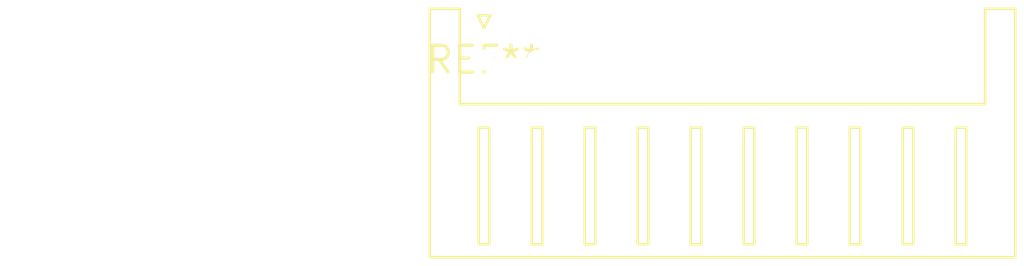
<source format=kicad_pcb>
(kicad_pcb (version 20240108) (generator pcbnew)
  (layers (0 "F.Cu" signal) (31 "B.Cu" signal) (34 "B.Paste" user) (35 "F.Paste" user) (36 "B.SilkS" user "B.Silkscreen") (37 "F.SilkS" user "F.Silkscreen") (38 "B.Mask" user) (39 "F.Mask" user) (44 "Edge.Cuts" user))
  (net 0 "")
  (footprint "JST_XH_S10B-XH-A_1x10_P2.50mm_Horizontal" (layer "F.Cu") (at 0 0)
    (property "Reference" "REF**")
    (property "Value" "JST_XH_S10B-XH-A_1x10_P2.50mm_Horizontal")
    (fp_line (start -2.56 -2.41) (end -1.14 -2.41) (layer "F.SilkS") (stroke (width 0.12)))
    (fp_line (start -2.56 9.31) (end -2.56 -2.41) (layer "F.SilkS") (stroke (width 0.12)))
    (fp_line (start -1.14 -2.41) (end -1.14 2.09) (layer "F.SilkS") (stroke (width 0.12)))
    (fp_line (start -1.14 2.09) (end 11.25 2.09) (layer "F.SilkS") (stroke (width 0.12)))
    (fp_line (start -0.3 -2.1) (end 0.3 -2.1) (layer "F.SilkS") (stroke (width 0.12)))
    (fp_line (start -0.25 3.2) (end -0.25 8.7) (layer "F.SilkS") (stroke (width 0.12)))
    (fp_line (start -0.25 8.7) (end 0.25 8.7) (layer "F.SilkS") (stroke (width 0.12)))
    (fp_line (start 0 -1.5) (end -0.3 -2.1) (layer "F.SilkS") (stroke (width 0.12)))
    (fp_line (start 0.25 3.2) (end -0.25 3.2) (layer "F.SilkS") (stroke (width 0.12)))
    (fp_line (start 0.25 8.7) (end 0.25 3.2) (layer "F.SilkS") (stroke (width 0.12)))
    (fp_line (start 0.3 -2.1) (end 0 -1.5) (layer "F.SilkS") (stroke (width 0.12)))
    (fp_line (start 2.25 3.2) (end 2.25 8.7) (layer "F.SilkS") (stroke (width 0.12)))
    (fp_line (start 2.25 8.7) (end 2.75 8.7) (layer "F.SilkS") (stroke (width 0.12)))
    (fp_line (start 2.75 3.2) (end 2.25 3.2) (layer "F.SilkS") (stroke (width 0.12)))
    (fp_line (start 2.75 8.7) (end 2.75 3.2) (layer "F.SilkS") (stroke (width 0.12)))
    (fp_line (start 4.75 3.2) (end 4.75 8.7) (layer "F.SilkS") (stroke (width 0.12)))
    (fp_line (start 4.75 8.7) (end 5.25 8.7) (layer "F.SilkS") (stroke (width 0.12)))
    (fp_line (start 5.25 3.2) (end 4.75 3.2) (layer "F.SilkS") (stroke (width 0.12)))
    (fp_line (start 5.25 8.7) (end 5.25 3.2) (layer "F.SilkS") (stroke (width 0.12)))
    (fp_line (start 7.25 3.2) (end 7.25 8.7) (layer "F.SilkS") (stroke (width 0.12)))
    (fp_line (start 7.25 8.7) (end 7.75 8.7) (layer "F.SilkS") (stroke (width 0.12)))
    (fp_line (start 7.75 3.2) (end 7.25 3.2) (layer "F.SilkS") (stroke (width 0.12)))
    (fp_line (start 7.75 8.7) (end 7.75 3.2) (layer "F.SilkS") (stroke (width 0.12)))
    (fp_line (start 9.75 3.2) (end 9.75 8.7) (layer "F.SilkS") (stroke (width 0.12)))
    (fp_line (start 9.75 8.7) (end 10.25 8.7) (layer "F.SilkS") (stroke (width 0.12)))
    (fp_line (start 10.25 3.2) (end 9.75 3.2) (layer "F.SilkS") (stroke (width 0.12)))
    (fp_line (start 10.25 8.7) (end 10.25 3.2) (layer "F.SilkS") (stroke (width 0.12)))
    (fp_line (start 11.25 9.31) (end -2.56 9.31) (layer "F.SilkS") (stroke (width 0.12)))
    (fp_line (start 11.25 9.31) (end 25.06 9.31) (layer "F.SilkS") (stroke (width 0.12)))
    (fp_line (start 12.25 3.2) (end 12.25 8.7) (layer "F.SilkS") (stroke (width 0.12)))
    (fp_line (start 12.25 8.7) (end 12.75 8.7) (layer "F.SilkS") (stroke (width 0.12)))
    (fp_line (start 12.75 3.2) (end 12.25 3.2) (layer "F.SilkS") (stroke (width 0.12)))
    (fp_line (start 12.75 8.7) (end 12.75 3.2) (layer "F.SilkS") (stroke (width 0.12)))
    (fp_line (start 14.75 3.2) (end 14.75 8.7) (layer "F.SilkS") (stroke (width 0.12)))
    (fp_line (start 14.75 8.7) (end 15.25 8.7) (layer "F.SilkS") (stroke (width 0.12)))
    (fp_line (start 15.25 3.2) (end 14.75 3.2) (layer "F.SilkS") (stroke (width 0.12)))
    (fp_line (start 15.25 8.7) (end 15.25 3.2) (layer "F.SilkS") (stroke (width 0.12)))
    (fp_line (start 17.25 3.2) (end 17.25 8.7) (layer "F.SilkS") (stroke (width 0.12)))
    (fp_line (start 17.25 8.7) (end 17.75 8.7) (layer "F.SilkS") (stroke (width 0.12)))
    (fp_line (start 17.75 3.2) (end 17.25 3.2) (layer "F.SilkS") (stroke (width 0.12)))
    (fp_line (start 17.75 8.7) (end 17.75 3.2) (layer "F.SilkS") (stroke (width 0.12)))
    (fp_line (start 19.75 3.2) (end 19.75 8.7) (layer "F.SilkS") (stroke (width 0.12)))
    (fp_line (start 19.75 8.7) (end 20.25 8.7) (layer "F.SilkS") (stroke (width 0.12)))
    (fp_line (start 20.25 3.2) (end 19.75 3.2) (layer "F.SilkS") (stroke (width 0.12)))
    (fp_line (start 20.25 8.7) (end 20.25 3.2) (layer "F.SilkS") (stroke (width 0.12)))
    (fp_line (start 22.25 3.2) (end 22.25 8.7) (layer "F.SilkS") (stroke (width 0.12)))
    (fp_line (start 22.25 8.7) (end 22.75 8.7) (layer "F.SilkS") (stroke (width 0.12)))
    (fp_line (start 22.75 3.2) (end 22.25 3.2) (layer "F.SilkS") (stroke (width 0.12)))
    (fp_line (start 22.75 8.7) (end 22.75 3.2) (layer "F.SilkS") (stroke (width 0.12)))
    (fp_line (start 23.64 -2.41) (end 23.64 2.09) (layer "F.SilkS") (stroke (width 0.12)))
    (fp_line (start 23.64 2.09) (end 11.25 2.09) (layer "F.SilkS") (stroke (width 0.12)))
    (fp_line (start 25.06 -2.41) (end 23.64 -2.41) (layer "F.SilkS") (stroke (width 0.12)))
    (fp_line (start 25.06 9.31) (end 25.06 -2.41) (layer "F.SilkS") (stroke (width 0.12)))
    (pad "1" thru_hole roundrect (at 0 0) (size 1.7 1.95) (drill 0.95) (layers *.Cu *.Mask) (remove_unused_layers) (roundrect_rratio 0.147059))
    (pad "2" thru_hole oval (at 2.5 0) (size 1.7 1.95) (drill 0.95) (layers *.Cu *.Mask) (remove_unused_layers))
    (pad "3" thru_hole oval (at 5 0) (size 1.7 1.95) (drill 0.95) (layers *.Cu *.Mask) (remove_unused_layers))
    (pad "4" thru_hole oval (at 7.5 0) (size 1.7 1.95) (drill 0.95) (layers *.Cu *.Mask) (remove_unused_layers))
    (pad "5" thru_hole oval (at 10 0) (size 1.7 1.95) (drill 0.95) (layers *.Cu *.Mask) (remove_unused_layers))
    (pad "6" thru_hole oval (at 12.5 0) (size 1.7 1.95) (drill 0.95) (layers *.Cu *.Mask) (remove_unused_layers))
    (pad "7" thru_hole oval (at 15 0) (size 1.7 1.95) (drill 0.95) (layers *.Cu *.Mask) (remove_unused_layers))
    (pad "8" thru_hole oval (at 17.5 0) (size 1.7 1.95) (drill 0.95) (layers *.Cu *.Mask) (remove_unused_layers))
    (pad "9" thru_hole oval (at 20 0) (size 1.7 1.95) (drill 0.95) (layers *.Cu *.Mask) (remove_unused_layers))
    (pad "10" thru_hole oval (at 22.5 0) (size 1.7 1.95) (drill 0.95) (layers *.Cu *.Mask) (remove_unused_layers))
  )
)
</source>
